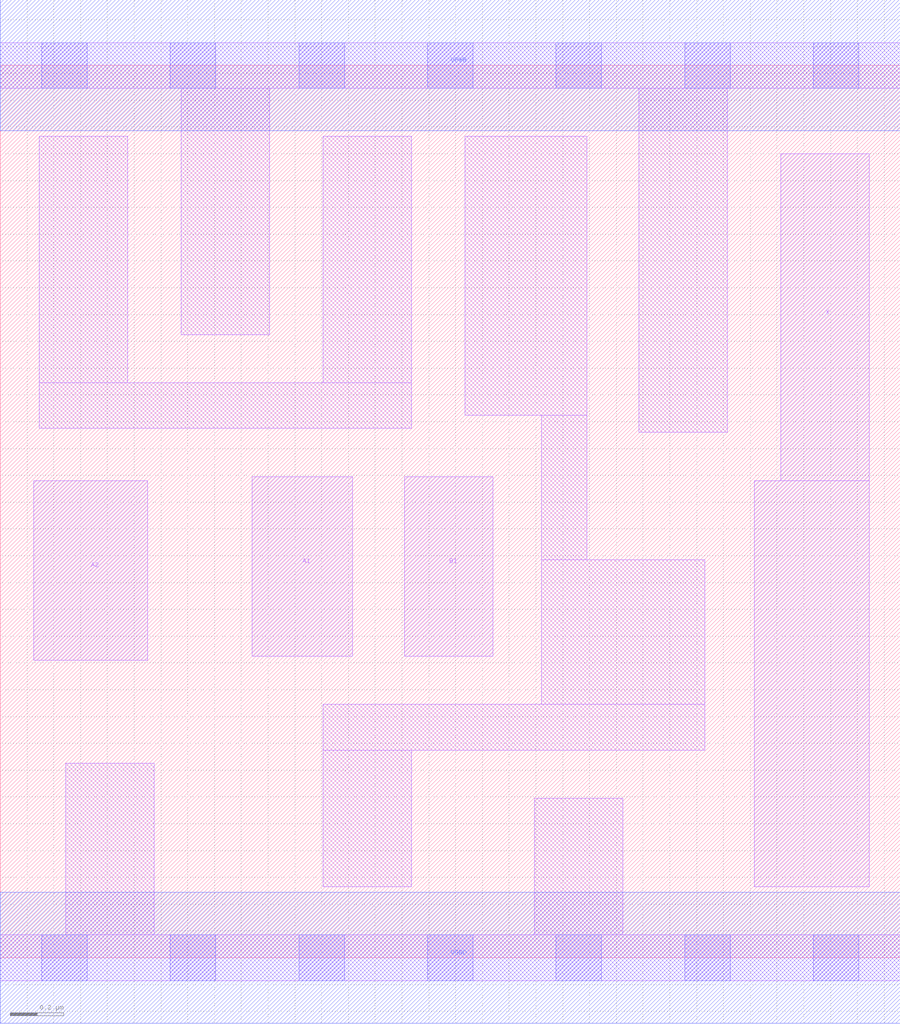
<source format=lef>
# Copyright 2020 The SkyWater PDK Authors
#
# Licensed under the Apache License, Version 2.0 (the "License");
# you may not use this file except in compliance with the License.
# You may obtain a copy of the License at
#
#     https://www.apache.org/licenses/LICENSE-2.0
#
# Unless required by applicable law or agreed to in writing, software
# distributed under the License is distributed on an "AS IS" BASIS,
# WITHOUT WARRANTIES OR CONDITIONS OF ANY KIND, either express or implied.
# See the License for the specific language governing permissions and
# limitations under the License.
#
# SPDX-License-Identifier: Apache-2.0

VERSION 5.7 ;
  NOWIREEXTENSIONATPIN ON ;
  DIVIDERCHAR "/" ;
  BUSBITCHARS "[]" ;
UNITS
  DATABASE MICRONS 200 ;
END UNITS
MACRO sky130_fd_sc_lp__a21o_lp
  CLASS CORE ;
  FOREIGN sky130_fd_sc_lp__a21o_lp ;
  ORIGIN  0.000000  0.000000 ;
  SIZE  3.360000 BY  3.330000 ;
  SYMMETRY X Y R90 ;
  SITE unit ;
  PIN A1
    ANTENNAGATEAREA  0.313000 ;
    DIRECTION INPUT ;
    USE SIGNAL ;
    PORT
      LAYER li1 ;
        RECT 0.940000 1.125000 1.315000 1.795000 ;
    END
  END A1
  PIN A2
    ANTENNAGATEAREA  0.313000 ;
    DIRECTION INPUT ;
    USE SIGNAL ;
    PORT
      LAYER li1 ;
        RECT 0.125000 1.110000 0.550000 1.780000 ;
    END
  END A2
  PIN B1
    ANTENNAGATEAREA  0.376000 ;
    DIRECTION INPUT ;
    USE SIGNAL ;
    PORT
      LAYER li1 ;
        RECT 1.510000 1.125000 1.840000 1.795000 ;
    END
  END B1
  PIN X
    ANTENNADIFFAREA  0.404700 ;
    DIRECTION OUTPUT ;
    USE SIGNAL ;
    PORT
      LAYER li1 ;
        RECT 2.815000 0.265000 3.245000 1.780000 ;
        RECT 2.915000 1.780000 3.245000 3.000000 ;
    END
  END X
  PIN VGND
    DIRECTION INOUT ;
    USE GROUND ;
    PORT
      LAYER met1 ;
        RECT 0.000000 -0.245000 3.360000 0.245000 ;
    END
  END VGND
  PIN VPWR
    DIRECTION INOUT ;
    USE POWER ;
    PORT
      LAYER met1 ;
        RECT 0.000000 3.085000 3.360000 3.575000 ;
    END
  END VPWR
  OBS
    LAYER li1 ;
      RECT 0.000000 -0.085000 3.360000 0.085000 ;
      RECT 0.000000  3.245000 3.360000 3.415000 ;
      RECT 0.145000  1.975000 1.535000 2.145000 ;
      RECT 0.145000  2.145000 0.475000 3.065000 ;
      RECT 0.245000  0.085000 0.575000 0.725000 ;
      RECT 0.675000  2.325000 1.005000 3.245000 ;
      RECT 1.205000  0.265000 1.535000 0.775000 ;
      RECT 1.205000  0.775000 2.630000 0.945000 ;
      RECT 1.205000  2.145000 1.535000 3.065000 ;
      RECT 1.735000  2.025000 2.190000 3.065000 ;
      RECT 1.995000  0.085000 2.325000 0.595000 ;
      RECT 2.020000  0.945000 2.630000 1.485000 ;
      RECT 2.020000  1.485000 2.190000 2.025000 ;
      RECT 2.385000  1.960000 2.715000 3.245000 ;
    LAYER mcon ;
      RECT 0.155000 -0.085000 0.325000 0.085000 ;
      RECT 0.155000  3.245000 0.325000 3.415000 ;
      RECT 0.635000 -0.085000 0.805000 0.085000 ;
      RECT 0.635000  3.245000 0.805000 3.415000 ;
      RECT 1.115000 -0.085000 1.285000 0.085000 ;
      RECT 1.115000  3.245000 1.285000 3.415000 ;
      RECT 1.595000 -0.085000 1.765000 0.085000 ;
      RECT 1.595000  3.245000 1.765000 3.415000 ;
      RECT 2.075000 -0.085000 2.245000 0.085000 ;
      RECT 2.075000  3.245000 2.245000 3.415000 ;
      RECT 2.555000 -0.085000 2.725000 0.085000 ;
      RECT 2.555000  3.245000 2.725000 3.415000 ;
      RECT 3.035000 -0.085000 3.205000 0.085000 ;
      RECT 3.035000  3.245000 3.205000 3.415000 ;
  END
END sky130_fd_sc_lp__a21o_lp
END LIBRARY

</source>
